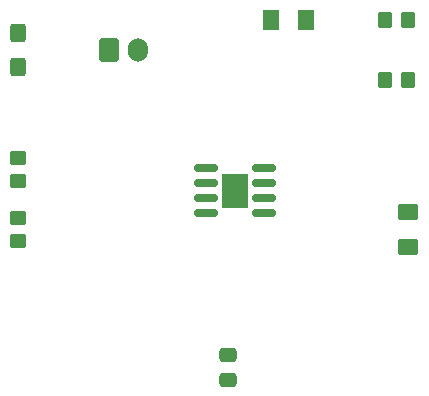
<source format=gbr>
%TF.GenerationSoftware,KiCad,Pcbnew,7.0.8*%
%TF.CreationDate,2023-10-28T09:33:15-07:00*%
%TF.ProjectId,lab2 KiCad,6c616232-204b-4694-9361-642e6b696361,rev?*%
%TF.SameCoordinates,Original*%
%TF.FileFunction,Soldermask,Top*%
%TF.FilePolarity,Negative*%
%FSLAX46Y46*%
G04 Gerber Fmt 4.6, Leading zero omitted, Abs format (unit mm)*
G04 Created by KiCad (PCBNEW 7.0.8) date 2023-10-28 09:33:15*
%MOMM*%
%LPD*%
G01*
G04 APERTURE LIST*
G04 Aperture macros list*
%AMRoundRect*
0 Rectangle with rounded corners*
0 $1 Rounding radius*
0 $2 $3 $4 $5 $6 $7 $8 $9 X,Y pos of 4 corners*
0 Add a 4 corners polygon primitive as box body*
4,1,4,$2,$3,$4,$5,$6,$7,$8,$9,$2,$3,0*
0 Add four circle primitives for the rounded corners*
1,1,$1+$1,$2,$3*
1,1,$1+$1,$4,$5*
1,1,$1+$1,$6,$7*
1,1,$1+$1,$8,$9*
0 Add four rect primitives between the rounded corners*
20,1,$1+$1,$2,$3,$4,$5,0*
20,1,$1+$1,$4,$5,$6,$7,0*
20,1,$1+$1,$6,$7,$8,$9,0*
20,1,$1+$1,$8,$9,$2,$3,0*%
G04 Aperture macros list end*
%ADD10RoundRect,0.250000X0.450000X-0.350000X0.450000X0.350000X-0.450000X0.350000X-0.450000X-0.350000X0*%
%ADD11RoundRect,0.250001X0.462499X0.624999X-0.462499X0.624999X-0.462499X-0.624999X0.462499X-0.624999X0*%
%ADD12RoundRect,0.150000X0.825000X0.150000X-0.825000X0.150000X-0.825000X-0.150000X0.825000X-0.150000X0*%
%ADD13R,2.290000X3.000000*%
%ADD14RoundRect,0.250000X-0.475000X0.337500X-0.475000X-0.337500X0.475000X-0.337500X0.475000X0.337500X0*%
%ADD15RoundRect,0.250001X-0.624999X0.462499X-0.624999X-0.462499X0.624999X-0.462499X0.624999X0.462499X0*%
%ADD16RoundRect,0.250000X-0.600000X-0.750000X0.600000X-0.750000X0.600000X0.750000X-0.600000X0.750000X0*%
%ADD17O,1.700000X2.000000*%
%ADD18RoundRect,0.250000X-0.350000X-0.450000X0.350000X-0.450000X0.350000X0.450000X-0.350000X0.450000X0*%
%ADD19RoundRect,0.250000X0.425000X-0.537500X0.425000X0.537500X-0.425000X0.537500X-0.425000X-0.537500X0*%
G04 APERTURE END LIST*
D10*
%TO.C,R2*%
X162560000Y-107680000D03*
X162560000Y-105680000D03*
%TD*%
D11*
%TO.C,D1*%
X186907500Y-93980000D03*
X183932500Y-93980000D03*
%TD*%
D12*
%TO.C,U1*%
X183385000Y-110375000D03*
X183385000Y-109105000D03*
X183385000Y-107835000D03*
X183385000Y-106565000D03*
X178435000Y-106565000D03*
X178435000Y-107835000D03*
X178435000Y-109105000D03*
X178435000Y-110375000D03*
D13*
X180910000Y-108470000D03*
%TD*%
D14*
%TO.C,C2*%
X180340000Y-122385000D03*
X180340000Y-124460000D03*
%TD*%
D10*
%TO.C,R1*%
X162560000Y-112760000D03*
X162560000Y-110760000D03*
%TD*%
D15*
%TO.C,D2*%
X195580000Y-110272500D03*
X195580000Y-113247500D03*
%TD*%
D16*
%TO.C,J1*%
X170220000Y-96520000D03*
D17*
X172720000Y-96520000D03*
%TD*%
D18*
%TO.C,R3*%
X193580000Y-93980000D03*
X195580000Y-93980000D03*
%TD*%
D19*
%TO.C,C1*%
X162560000Y-97957500D03*
X162560000Y-95082500D03*
%TD*%
D18*
%TO.C,R4*%
X193580000Y-99060000D03*
X195580000Y-99060000D03*
%TD*%
M02*

</source>
